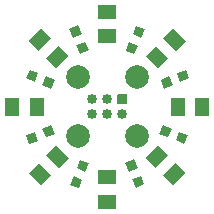
<source format=gts>
G04 #@! TF.FileFunction,Soldermask,Top*
%FSLAX46Y46*%
G04 Gerber Fmt 4.6, Leading zero omitted, Abs format (unit mm)*
G04 Created by KiCad (PCBNEW (2016-04-07 BZR 6673, Git 973786d)-product) date Fri 08 Apr 2016 06:49:24 PM CEST*
%MOMM*%
G01*
G04 APERTURE LIST*
%ADD10C,0.150000*%
%ADD11C,2.000000*%
%ADD12C,0.850000*%
%ADD13R,1.500000X1.200000*%
%ADD14R,1.200000X1.500000*%
G04 APERTURE END LIST*
D10*
D11*
X77500000Y-64500000D03*
X77500000Y-59500000D03*
X72500000Y-59500000D03*
X72500000Y-64500000D03*
D12*
X73730000Y-62635000D03*
X73730000Y-61365000D03*
X75000000Y-62635000D03*
X75000000Y-61365000D03*
X76270000Y-62635000D03*
D10*
G36*
X76579997Y-60940614D02*
X76592374Y-60942450D01*
X76604511Y-60945490D01*
X76616292Y-60949705D01*
X76627603Y-60955055D01*
X76638335Y-60961488D01*
X76648385Y-60968941D01*
X76657656Y-60977344D01*
X76666059Y-60986615D01*
X76673512Y-60996665D01*
X76679945Y-61007397D01*
X76685295Y-61018708D01*
X76689510Y-61030489D01*
X76692550Y-61042626D01*
X76694386Y-61055003D01*
X76695000Y-61067500D01*
X76695000Y-61662500D01*
X76694386Y-61674997D01*
X76692550Y-61687374D01*
X76689510Y-61699511D01*
X76685295Y-61711292D01*
X76679945Y-61722603D01*
X76673512Y-61733335D01*
X76666059Y-61743385D01*
X76657656Y-61752656D01*
X76648385Y-61761059D01*
X76638335Y-61768512D01*
X76627603Y-61774945D01*
X76616292Y-61780295D01*
X76604511Y-61784510D01*
X76592374Y-61787550D01*
X76579997Y-61789386D01*
X76567500Y-61790000D01*
X75972500Y-61790000D01*
X75960003Y-61789386D01*
X75947626Y-61787550D01*
X75935489Y-61784510D01*
X75923708Y-61780295D01*
X75912397Y-61774945D01*
X75901665Y-61768512D01*
X75891615Y-61761059D01*
X75882344Y-61752656D01*
X75873941Y-61743385D01*
X75866488Y-61733335D01*
X75860055Y-61722603D01*
X75854705Y-61711292D01*
X75850490Y-61699511D01*
X75847450Y-61687374D01*
X75845614Y-61674997D01*
X75845000Y-61662500D01*
X75845000Y-61067500D01*
X75845614Y-61055003D01*
X75847450Y-61042626D01*
X75850490Y-61030489D01*
X75854705Y-61018708D01*
X75860055Y-61007397D01*
X75866488Y-60996665D01*
X75873941Y-60986615D01*
X75882344Y-60977344D01*
X75891615Y-60968941D01*
X75901665Y-60961488D01*
X75912397Y-60955055D01*
X75923708Y-60949705D01*
X75935489Y-60945490D01*
X75947626Y-60942450D01*
X75960003Y-60940614D01*
X75972500Y-60940000D01*
X76567500Y-60940000D01*
X76579997Y-60940614D01*
X76579997Y-60940614D01*
G37*
G36*
X72678813Y-57542734D02*
X72373600Y-56805885D01*
X73110449Y-56500672D01*
X73415662Y-57237521D01*
X72678813Y-57542734D01*
X72678813Y-57542734D01*
G37*
G36*
X72105323Y-56158208D02*
X71800110Y-55421359D01*
X72536959Y-55116146D01*
X72842172Y-55852995D01*
X72105323Y-56158208D01*
X72105323Y-56158208D01*
G37*
G36*
X70243261Y-60481803D02*
X69506412Y-60176590D01*
X69811625Y-59439741D01*
X70548474Y-59744954D01*
X70243261Y-60481803D01*
X70243261Y-60481803D01*
G37*
G36*
X68858735Y-59908314D02*
X68121886Y-59603101D01*
X68427099Y-58866252D01*
X69163948Y-59171465D01*
X68858735Y-59908314D01*
X68858735Y-59908314D01*
G37*
G36*
X70532734Y-64291187D02*
X69795885Y-64596400D01*
X69490672Y-63859551D01*
X70227521Y-63554338D01*
X70532734Y-64291187D01*
X70532734Y-64291187D01*
G37*
G36*
X69148208Y-64864677D02*
X68411359Y-65169890D01*
X68106146Y-64433041D01*
X68842995Y-64127828D01*
X69148208Y-64864677D01*
X69148208Y-64864677D01*
G37*
G36*
X73461803Y-66786739D02*
X73156590Y-67523588D01*
X72419741Y-67218375D01*
X72724954Y-66481526D01*
X73461803Y-66786739D01*
X73461803Y-66786739D01*
G37*
G36*
X72888314Y-68171265D02*
X72583101Y-68908114D01*
X71846252Y-68602901D01*
X72151465Y-67866052D01*
X72888314Y-68171265D01*
X72888314Y-68171265D01*
G37*
G36*
X77271187Y-66447266D02*
X77576400Y-67184115D01*
X76839551Y-67489328D01*
X76534338Y-66752479D01*
X77271187Y-66447266D01*
X77271187Y-66447266D01*
G37*
G36*
X77844677Y-67831792D02*
X78149890Y-68568641D01*
X77413041Y-68873854D01*
X77107828Y-68137005D01*
X77844677Y-67831792D01*
X77844677Y-67831792D01*
G37*
G36*
X79716739Y-63548197D02*
X80453588Y-63853410D01*
X80148375Y-64590259D01*
X79411526Y-64285046D01*
X79716739Y-63548197D01*
X79716739Y-63548197D01*
G37*
G36*
X81101265Y-64121686D02*
X81838114Y-64426899D01*
X81532901Y-65163748D01*
X80796052Y-64858535D01*
X81101265Y-64121686D01*
X81101265Y-64121686D01*
G37*
G36*
X76568197Y-57263261D02*
X76873410Y-56526412D01*
X77610259Y-56831625D01*
X77305046Y-57568474D01*
X76568197Y-57263261D01*
X76568197Y-57263261D01*
G37*
G36*
X77141686Y-55878735D02*
X77446899Y-55141886D01*
X78183748Y-55447099D01*
X77878535Y-56183948D01*
X77141686Y-55878735D01*
X77141686Y-55878735D01*
G37*
G36*
X79507266Y-59738813D02*
X80244115Y-59433600D01*
X80549328Y-60170449D01*
X79812479Y-60475662D01*
X79507266Y-59738813D01*
X79507266Y-59738813D01*
G37*
G36*
X80891792Y-59165323D02*
X81628641Y-58860110D01*
X81933854Y-59596959D01*
X81197005Y-59902172D01*
X80891792Y-59165323D01*
X80891792Y-59165323D01*
G37*
G36*
X78253637Y-66314297D02*
X79314297Y-65253637D01*
X80162825Y-66102165D01*
X79102165Y-67162825D01*
X78253637Y-66314297D01*
X78253637Y-66314297D01*
G37*
G36*
X79737175Y-67797835D02*
X80797835Y-66737175D01*
X81646363Y-67585703D01*
X80585703Y-68646363D01*
X79737175Y-67797835D01*
X79737175Y-67797835D01*
G37*
D13*
X75000000Y-67950980D03*
X75000000Y-70049020D03*
D10*
G36*
X70685703Y-65253637D02*
X71746363Y-66314297D01*
X70897835Y-67162825D01*
X69837175Y-66102165D01*
X70685703Y-65253637D01*
X70685703Y-65253637D01*
G37*
G36*
X69202165Y-66737175D02*
X70262825Y-67797835D01*
X69414297Y-68646363D01*
X68353637Y-67585703D01*
X69202165Y-66737175D01*
X69202165Y-66737175D01*
G37*
D14*
X69049020Y-62000000D03*
X66950980Y-62000000D03*
D10*
G36*
X71746363Y-57685703D02*
X70685703Y-58746363D01*
X69837175Y-57897835D01*
X70897835Y-56837175D01*
X71746363Y-57685703D01*
X71746363Y-57685703D01*
G37*
G36*
X70262825Y-56202165D02*
X69202165Y-57262825D01*
X68353637Y-56414297D01*
X69414297Y-55353637D01*
X70262825Y-56202165D01*
X70262825Y-56202165D01*
G37*
D14*
X80950980Y-62000000D03*
X83049020Y-62000000D03*
D10*
G36*
X79314297Y-58746363D02*
X78253637Y-57685703D01*
X79102165Y-56837175D01*
X80162825Y-57897835D01*
X79314297Y-58746363D01*
X79314297Y-58746363D01*
G37*
G36*
X80797835Y-57262825D02*
X79737175Y-56202165D01*
X80585703Y-55353637D01*
X81646363Y-56414297D01*
X80797835Y-57262825D01*
X80797835Y-57262825D01*
G37*
D13*
X75000000Y-56049020D03*
X75000000Y-53950980D03*
M02*

</source>
